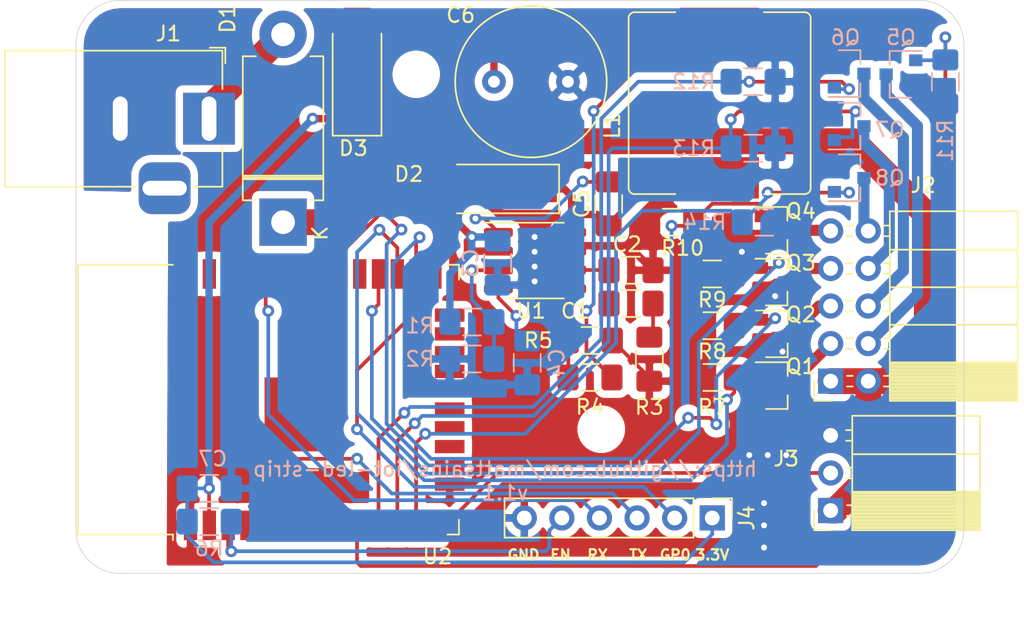
<source format=kicad_pcb>
(kicad_pcb (version 20171130) (host pcbnew "(5.1.4)-1")
  (layers (0 F.Cu signal) (31 B.Cu signal) (34 B.Paste user) (35 F.Paste user) (36 B.SilkS user) (37 F.SilkS user) (38 B.Mask user) (39 F.Mask user) (44 Edge.Cuts user))
  (net 0 "")
  (net 1 "Net-(C1-Pad2)")
  (net 2 "Net-(C1-Pad1)")
  (net 3 GND)
  (net 4 VPP)
  (net 5 "Net-(C4-Pad1)")
  (net 6 "Net-(C5-Pad2)")
  (net 7 "Net-(C5-Pad1)")
  (net 8 +3V3)
  (net 9 "Net-(D1-Pad2)")
  (net 10 "Net-(J2-Pad3)")
  (net 11 "Net-(R1-Pad2)")
  (net 12 "Net-(R4-Pad2)")
  (net 13 "Net-(J2-Pad5)")
  (net 14 "Net-(J2-Pad4)")
  (net 15 /DAT)
  (net 16 "Net-(U2-Pad37)")
  (net 17 "Net-(U2-Pad36)")
  (net 18 "Net-(U2-Pad33)")
  (net 19 "Net-(U2-Pad32)")
  (net 20 "Net-(U2-Pad31)")
  (net 21 "Net-(U2-Pad29)")
  (net 22 "Net-(U2-Pad24)")
  (net 23 "Net-(U2-Pad23)")
  (net 24 "Net-(U2-Pad22)")
  (net 25 "Net-(U2-Pad21)")
  (net 26 "Net-(U2-Pad20)")
  (net 27 "Net-(U2-Pad19)")
  (net 28 "Net-(U2-Pad18)")
  (net 29 "Net-(U2-Pad17)")
  (net 30 "Net-(U2-Pad16)")
  (net 31 "Net-(U2-Pad5)")
  (net 32 "Net-(U2-Pad4)")
  (net 33 /G1)
  (net 34 /R1)
  (net 35 /B1)
  (net 36 /W1)
  (net 37 /G2)
  (net 38 /R2)
  (net 39 /B2)
  (net 40 /W2)
  (net 41 "Net-(J2-Pad10)")
  (net 42 "Net-(J2-Pad9)")
  (net 43 "Net-(J2-Pad8)")
  (net 44 "Net-(J2-Pad7)")
  (net 45 "Net-(J2-Pad6)")
  (net 46 "Net-(C6-Pad1)")
  (net 47 "Net-(J4-Pad4)")
  (net 48 "Net-(J4-Pad3)")
  (net 49 "Net-(J4-Pad2)")
  (net 50 /EN)
  (net 51 "Net-(U2-Pad9)")
  (net 52 "Net-(U2-Pad8)")
  (net 53 "Net-(U2-Pad7)")
  (net 54 "Net-(U2-Pad6)")
  (module MountingHole:MountingHole_2.2mm_M2 (layer F.Cu) (at 135.5 127)
    (fp_text reference " " (at 0 -3.2) (layer F.SilkS))
    (fp_text value MountingHole_2.2mm_M2)
    (pad 1 np_thru_hole circle (at 0 0) (size 2.2 2.2) (drill 2.2) (layers *.Cu *.Mask))
  )
  (module MountingHole:MountingHole_2.2mm_M2 (layer F.Cu) (at 123 103)
    (fp_text reference " " (at 0 -3.2) (layer F.SilkS))
    (fp_text value MountingHole_2.2mm_M2)
    (pad 1 np_thru_hole circle (at 0 0) (size 2.2 2.2) (drill 2.2) (layers *.Cu *.Mask))
  )
  (module RF_Module:ESP32-WROOM-32 (layer F.Cu) (at 116.005 125 90)
    (fp_text reference U2 (at -10.61 8.43) (layer F.SilkS))
    (fp_text value ESP32-WROOM-32)
    (pad 38 smd rect (at 8.5 -8.255 90) (size 2 0.9) (layers F.Cu F.Paste F.Mask) (net 3 GND))
    (pad 37 smd rect (at 8.5 -6.985 90) (size 2 0.9) (layers F.Cu F.Paste F.Mask) (net 16 "Net-(U2-Pad37)"))
    (pad 36 smd rect (at 8.5 -5.715 90) (size 2 0.9) (layers F.Cu F.Paste F.Mask) (net 17 "Net-(U2-Pad36)"))
    (pad 35 smd rect (at 8.5 -4.445 90) (size 2 0.9) (layers F.Cu F.Paste F.Mask) (net 48 "Net-(J4-Pad3)"))
    (pad 34 smd rect (at 8.5 -3.175 90) (size 2 0.9) (layers F.Cu F.Paste F.Mask) (net 47 "Net-(J4-Pad4)"))
    (pad 33 smd rect (at 8.5 -1.905 90) (size 2 0.9) (layers F.Cu F.Paste F.Mask) (net 18 "Net-(U2-Pad33)"))
    (pad 32 smd rect (at 8.5 -0.635 90) (size 2 0.9) (layers F.Cu F.Paste F.Mask) (net 19 "Net-(U2-Pad32)"))
    (pad 31 smd rect (at 8.5 0.635 90) (size 2 0.9) (layers F.Cu F.Paste F.Mask) (net 20 "Net-(U2-Pad31)"))
    (pad 30 smd rect (at 8.5 1.905 90) (size 2 0.9) (layers F.Cu F.Paste F.Mask) (net 34 /R1))
    (pad 29 smd rect (at 8.5 3.175 90) (size 2 0.9) (layers F.Cu F.Paste F.Mask) (net 21 "Net-(U2-Pad29)"))
    (pad 28 smd rect (at 8.5 4.445 90) (size 2 0.9) (layers F.Cu F.Paste F.Mask) (net 35 /B1))
    (pad 27 smd rect (at 8.5 5.715 90) (size 2 0.9) (layers F.Cu F.Paste F.Mask) (net 33 /G1))
    (pad 26 smd rect (at 8.5 6.985 90) (size 2 0.9) (layers F.Cu F.Paste F.Mask) (net 36 /W1))
    (pad 25 smd rect (at 8.5 8.255 90) (size 2 0.9) (layers F.Cu F.Paste F.Mask) (net 49 "Net-(J4-Pad2)"))
    (pad 24 smd rect (at 5.715 9.255 180) (size 2 0.9) (layers F.Cu F.Paste F.Mask) (net 22 "Net-(U2-Pad24)"))
    (pad 23 smd rect (at 4.445 9.255 180) (size 2 0.9) (layers F.Cu F.Paste F.Mask) (net 23 "Net-(U2-Pad23)"))
    (pad 22 smd rect (at 3.175 9.255 180) (size 2 0.9) (layers F.Cu F.Paste F.Mask) (net 24 "Net-(U2-Pad22)"))
    (pad 21 smd rect (at 1.905 9.255 180) (size 2 0.9) (layers F.Cu F.Paste F.Mask) (net 25 "Net-(U2-Pad21)"))
    (pad 20 smd rect (at 0.635 9.255 180) (size 2 0.9) (layers F.Cu F.Paste F.Mask) (net 26 "Net-(U2-Pad20)"))
    (pad 19 smd rect (at -0.635 9.255 180) (size 2 0.9) (layers F.Cu F.Paste F.Mask) (net 27 "Net-(U2-Pad19)"))
    (pad 18 smd rect (at -1.905 9.255 180) (size 2 0.9) (layers F.Cu F.Paste F.Mask) (net 28 "Net-(U2-Pad18)"))
    (pad 17 smd rect (at -3.175 9.255 180) (size 2 0.9) (layers F.Cu F.Paste F.Mask) (net 29 "Net-(U2-Pad17)"))
    (pad 16 smd rect (at -4.445 9.255 180) (size 2 0.9) (layers F.Cu F.Paste F.Mask) (net 30 "Net-(U2-Pad16)"))
    (pad 15 smd rect (at -5.715 9.255 180) (size 2 0.9) (layers F.Cu F.Paste F.Mask) (net 3 GND))
    (pad 14 smd rect (at -8.5 8.255 90) (size 2 0.9) (layers F.Cu F.Paste F.Mask) (net 15 /DAT))
    (pad 13 smd rect (at -8.5 6.985 90) (size 2 0.9) (layers F.Cu F.Paste F.Mask) (net 40 /W2))
    (pad 12 smd rect (at -8.5 5.715 90) (size 2 0.9) (layers F.Cu F.Paste F.Mask) (net 39 /B2))
    (pad 11 smd rect (at -8.5 4.445 90) (size 2 0.9) (layers F.Cu F.Paste F.Mask) (net 38 /R2))
    (pad 10 smd rect (at -8.5 3.175 90) (size 2 0.9) (layers F.Cu F.Paste F.Mask) (net 37 /G2))
    (pad 9 smd rect (at -8.5 1.905 90) (size 2 0.9) (layers F.Cu F.Paste F.Mask) (net 51 "Net-(U2-Pad9)"))
    (pad 8 smd rect (at -8.5 0.635 90) (size 2 0.9) (layers F.Cu F.Paste F.Mask) (net 52 "Net-(U2-Pad8)"))
    (pad 7 smd rect (at -8.5 -0.635 90) (size 2 0.9) (layers F.Cu F.Paste F.Mask) (net 53 "Net-(U2-Pad7)"))
    (pad 6 smd rect (at -8.5 -1.905 90) (size 2 0.9) (layers F.Cu F.Paste F.Mask) (net 54 "Net-(U2-Pad6)"))
    (pad 5 smd rect (at -8.5 -3.175 90) (size 2 0.9) (layers F.Cu F.Paste F.Mask) (net 31 "Net-(U2-Pad5)"))
    (pad 4 smd rect (at -8.5 -4.445 90) (size 2 0.9) (layers F.Cu F.Paste F.Mask) (net 32 "Net-(U2-Pad4)"))
    (pad 3 smd rect (at -8.5 -5.715 90) (size 2 0.9) (layers F.Cu F.Paste F.Mask) (net 50 /EN))
    (pad 2 smd rect (at -8.5 -6.985 90) (size 2 0.9) (layers F.Cu F.Paste F.Mask) (net 8 +3V3))
    (pad 1 smd rect (at -8.5 -8.255 90) (size 2 0.9) (layers F.Cu F.Paste F.Mask) (net 3 GND))
    (pad 39 smd rect (at -1 -0.755 90) (size 5 5) (layers F.Cu F.Paste F.Mask))
  )
  (module Connector_PinHeader_2.54mm:PinHeader_1x06_P2.54mm_Vertical (layer F.Cu) (at 143 133 270)
    (fp_text reference J4 (at 0 -2.33 90) (layer F.SilkS))
    (fp_text value Conn_01x06_Male)
    (pad 6 thru_hole oval (at 0 12.7 270) (size 1.7 1.7) (drill 1) (layers *.Cu *.Mask) (net 3 GND))
    (pad 5 thru_hole oval (at 0 10.16 270) (size 1.7 1.7) (drill 1) (layers *.Cu *.Mask) (net 50 /EN))
    (pad 4 thru_hole oval (at 0 7.62 270) (size 1.7 1.7) (drill 1) (layers *.Cu *.Mask) (net 47 "Net-(J4-Pad4)"))
    (pad 3 thru_hole oval (at 0 5.08 270) (size 1.7 1.7) (drill 1) (layers *.Cu *.Mask) (net 48 "Net-(J4-Pad3)"))
    (pad 2 thru_hole oval (at 0 2.54 270) (size 1.7 1.7) (drill 1) (layers *.Cu *.Mask) (net 49 "Net-(J4-Pad2)"))
    (pad 1 thru_hole rect (at 0 0 270) (size 1.7 1.7) (drill 1) (layers *.Cu *.Mask) (net 8 +3V3))
  )
  (module Connector_PinSocket_2.54mm:PinSocket_1x03_P2.54mm_Horizontal (layer F.Cu) (at 151 132.5 180)
    (fp_text reference J3 (at 3 3.5) (layer F.SilkS))
    (fp_text value "RGB addressable")
    (pad 3 thru_hole oval (at 0 5.08 180) (size 1.7 1.7) (drill 1) (layers *.Cu *.Mask) (net 3 GND))
    (pad 2 thru_hole oval (at 0 2.54 180) (size 1.7 1.7) (drill 1) (layers *.Cu *.Mask) (net 15 /DAT))
    (pad 1 thru_hole rect (at 0 0 180) (size 1.7 1.7) (drill 1) (layers *.Cu *.Mask) (net 4 VPP))
  )
  (module Diode_SMD:D_SMA_Handsoldering (layer F.Cu) (at 119 102.75 90)
    (fp_text reference D3 (at -5.25 -0.25 180) (layer F.SilkS))
    (fp_text value B240A)
    (pad 2 smd rect (at 2.5 0 90) (size 3.5 1.8) (layers F.Cu F.Paste F.Mask) (net 46 "Net-(C6-Pad1)"))
    (pad 1 smd rect (at -2.5 0 90) (size 3.5 1.8) (layers F.Cu F.Paste F.Mask) (net 8 +3V3))
  )
  (module Resistor_SMD:R_1206_3216Metric_Pad1.42x1.75mm_HandSolder (layer F.Cu) (at 143 116.5)
    (fp_text reference R9 (at 0 1.75) (layer F.SilkS))
    (fp_text value 20k)
    (pad 2 smd roundrect (at 1.4875 0) (size 1.425 1.75) (layers F.Cu F.Paste F.Mask) (roundrect_rratio 0.175439) (net 35 /B1))
    (pad 1 smd roundrect (at -1.4875 0) (size 1.425 1.75) (layers F.Cu F.Paste F.Mask) (roundrect_rratio 0.175) (net 3 GND))
  )
  (module Connector_BarrelJack:BarrelJack_Horizontal (layer F.Cu) (at 109 106)
    (fp_text reference J1 (at -2.75 -5.75) (layer F.SilkS))
    (fp_text value Barrel_Jack)
    (pad 3 thru_hole roundrect (at -3 4.7) (size 3.5 3.5) (drill oval 3 1) (layers *.Cu *.Mask))
    (pad 2 thru_hole roundrect (at -6 0) (size 3 3.5) (drill oval 1 3) (layers *.Cu *.Mask) (net 3 GND))
    (pad 1 thru_hole rect (at 0 0) (size 3.5 3.5) (drill oval 1 3) (layers *.Cu *.Mask) (net 9 "Net-(D1-Pad2)"))
  )
  (module Connector_PinSocket_2.54mm:PinSocket_2x05_P2.54mm_Horizontal (layer F.Cu) (at 151 123.75 180)
    (fp_text reference J2 (at -6.25 13.25) (layer F.SilkS))
    (fp_text value "RGBW analog")
    (pad 10 thru_hole oval (at -2.54 10.16 180) (size 1.7 1.7) (drill 1) (layers *.Cu *.Mask) (net 41 "Net-(J2-Pad10)"))
    (pad 9 thru_hole oval (at 0 10.16 180) (size 1.7 1.7) (drill 1) (layers *.Cu *.Mask) (net 42 "Net-(J2-Pad9)"))
    (pad 8 thru_hole oval (at -2.54 7.62 180) (size 1.7 1.7) (drill 1) (layers *.Cu *.Mask) (net 43 "Net-(J2-Pad8)"))
    (pad 7 thru_hole oval (at 0 7.62 180) (size 1.7 1.7) (drill 1) (layers *.Cu *.Mask) (net 44 "Net-(J2-Pad7)"))
    (pad 6 thru_hole oval (at -2.54 5.08 180) (size 1.7 1.7) (drill 1) (layers *.Cu *.Mask) (net 45 "Net-(J2-Pad6)"))
    (pad 5 thru_hole oval (at 0 5.08 180) (size 1.7 1.7) (drill 1) (layers *.Cu *.Mask) (net 13 "Net-(J2-Pad5)"))
    (pad 4 thru_hole oval (at -2.54 2.54 180) (size 1.7 1.7) (drill 1) (layers *.Cu *.Mask) (net 14 "Net-(J2-Pad4)"))
    (pad 3 thru_hole oval (at 0 2.54 180) (size 1.7 1.7) (drill 1) (layers *.Cu *.Mask) (net 10 "Net-(J2-Pad3)"))
    (pad 2 thru_hole oval (at -2.54 0 180) (size 1.7 1.7) (drill 1) (layers *.Cu *.Mask) (net 4 VPP))
    (pad 1 thru_hole rect (at 0 0 180) (size 1.7 1.7) (drill 1) (layers *.Cu *.Mask) (net 4 VPP))
  )
  (module Resistor_SMD:R_1206_3216Metric_Pad1.42x1.75mm_HandSolder (layer B.Cu) (at 146.5125 113 180)
    (fp_text reference R14 (at 4.0125 0) (layer B.SilkS) (effects (justify mirror)))
    (fp_text value 20k)
    (pad 2 smd roundrect (at 1.4875 0 180) (size 1.425 1.75) (layers B.Cu B.Paste B.Mask) (roundrect_rratio 0.175439) (net 40 /W2))
    (pad 1 smd roundrect (at -1.4875 0 180) (size 1.425 1.75) (layers B.Cu B.Paste B.Mask) (roundrect_rratio 0.175) (net 3 GND))
  )
  (module Resistor_SMD:R_1206_3216Metric_Pad1.42x1.75mm_HandSolder (layer B.Cu) (at 145.7625 108 180)
    (fp_text reference R13 (at 4.0125 0) (layer B.SilkS) (effects (justify mirror)))
    (fp_text value 20k)
    (pad 2 smd roundrect (at 1.4875 0 180) (size 1.425 1.75) (layers B.Cu B.Paste B.Mask) (roundrect_rratio 0.175439) (net 39 /B2))
    (pad 1 smd roundrect (at -1.4875 0 180) (size 1.425 1.75) (layers B.Cu B.Paste B.Mask) (roundrect_rratio 0.175439) (net 3 GND))
  )
  (module Resistor_SMD:R_1206_3216Metric_Pad1.42x1.75mm_HandSolder (layer B.Cu) (at 145.7625 103.5 180)
    (fp_text reference R12 (at 4.0125 0) (layer B.SilkS) (effects (justify mirror)))
    (fp_text value 20k)
    (pad 2 smd roundrect (at 1.4875 0 180) (size 1.425 1.75) (layers B.Cu B.Paste B.Mask) (roundrect_rratio 0.175439) (net 38 /R2))
    (pad 1 smd roundrect (at -1.4875 0 180) (size 1.425 1.75) (layers B.Cu B.Paste B.Mask) (roundrect_rratio 0.175439) (net 3 GND))
  )
  (module Resistor_SMD:R_1206_3216Metric_Pad1.42x1.75mm_HandSolder (layer B.Cu) (at 158.75 103.5125 90)
    (fp_text reference R11 (at -3.9875 0 90) (layer B.SilkS) (effects (justify mirror)))
    (fp_text value 20k)
    (pad 2 smd roundrect (at 1.4875 0 90) (size 1.425 1.75) (layers B.Cu B.Paste B.Mask) (roundrect_rratio 0.175439) (net 37 /G2))
    (pad 1 smd roundrect (at -1.4875 0 90) (size 1.425 1.75) (layers B.Cu B.Paste B.Mask) (roundrect_rratio 0.175) (net 3 GND))
  )
  (module Package_TO_SOT_SMD:SOT-23 (layer B.Cu) (at 152.25 110)
    (fp_text reference Q8 (at 2.75 0) (layer B.SilkS) (effects (justify mirror)))
    (fp_text value DMN3404L)
    (pad 3 smd rect (at 1 0) (size 0.9 0.8) (layers B.Cu B.Paste B.Mask) (net 41 "Net-(J2-Pad10)"))
    (pad 2 smd rect (at -1 -0.95) (size 0.9 0.8) (layers B.Cu B.Paste B.Mask) (net 3 GND))
    (pad 1 smd rect (at -1 0.95) (size 0.9 0.8) (layers B.Cu B.Paste B.Mask) (net 40 /W2))
  )
  (module Package_TO_SOT_SMD:SOT-23 (layer B.Cu) (at 152.25 106.5)
    (fp_text reference Q7 (at 2.75 0.25) (layer B.SilkS) (effects (justify mirror)))
    (fp_text value DMN3404L)
    (pad 3 smd rect (at 1 0) (size 0.9 0.8) (layers B.Cu B.Paste B.Mask) (net 43 "Net-(J2-Pad8)"))
    (pad 2 smd rect (at -1 -0.95) (size 0.9 0.8) (layers B.Cu B.Paste B.Mask) (net 3 GND))
    (pad 1 smd rect (at -1 0.95) (size 0.9 0.8) (layers B.Cu B.Paste B.Mask) (net 39 /B2))
  )
  (module Package_TO_SOT_SMD:SOT-23 (layer B.Cu) (at 152.25 102.95)
    (fp_text reference Q6 (at -0.25 -2.45) (layer B.SilkS) (effects (justify mirror)))
    (fp_text value DMN3404L)
    (pad 3 smd rect (at 1 0) (size 0.9 0.8) (layers B.Cu B.Paste B.Mask) (net 45 "Net-(J2-Pad6)"))
    (pad 2 smd rect (at -1 -0.95) (size 0.9 0.8) (layers B.Cu B.Paste B.Mask) (net 3 GND))
    (pad 1 smd rect (at -1 0.95) (size 0.9 0.8) (layers B.Cu B.Paste B.Mask) (net 38 /R2))
  )
  (module Package_TO_SOT_SMD:SOT-23 (layer B.Cu) (at 155.75 103 180)
    (fp_text reference Q5 (at 0 2.5) (layer B.SilkS) (effects (justify mirror)))
    (fp_text value DMN3404L)
    (pad 3 smd rect (at 1 0 180) (size 0.9 0.8) (layers B.Cu B.Paste B.Mask) (net 14 "Net-(J2-Pad4)"))
    (pad 2 smd rect (at -1 -0.95 180) (size 0.9 0.8) (layers B.Cu B.Paste B.Mask) (net 3 GND))
    (pad 1 smd rect (at -1 0.95 180) (size 0.9 0.8) (layers B.Cu B.Paste B.Mask) (net 37 /G2))
  )
  (module Resistor_SMD:R_1206_3216Metric_Pad1.42x1.75mm_HandSolder (layer F.Cu) (at 140.2625 113)
    (fp_text reference R10 (at 0.7375 1.75 180) (layer F.SilkS))
    (fp_text value 20k)
    (pad 2 smd roundrect (at 1.4875 0) (size 1.425 1.75) (layers F.Cu F.Paste F.Mask) (roundrect_rratio 0.175439) (net 36 /W1))
    (pad 1 smd roundrect (at -1.4875 0) (size 1.425 1.75) (layers F.Cu F.Paste F.Mask) (roundrect_rratio 0.175) (net 3 GND))
  )
  (module Resistor_SMD:R_1206_3216Metric_Pad1.42x1.75mm_HandSolder (layer F.Cu) (at 143 120)
    (fp_text reference R8 (at 0 1.75) (layer F.SilkS))
    (fp_text value 20k)
    (pad 2 smd roundrect (at 1.4875 0) (size 1.425 1.75) (layers F.Cu F.Paste F.Mask) (roundrect_rratio 0.175439) (net 34 /R1))
    (pad 1 smd roundrect (at -1.4875 0) (size 1.425 1.75) (layers F.Cu F.Paste F.Mask) (roundrect_rratio 0.175) (net 3 GND))
  )
  (module Resistor_SMD:R_1206_3216Metric_Pad1.42x1.75mm_HandSolder (layer F.Cu) (at 143 123.5)
    (fp_text reference R7 (at 0 2) (layer F.SilkS))
    (fp_text value 20k)
    (pad 2 smd roundrect (at 1.4875 0) (size 1.425 1.75) (layers F.Cu F.Paste F.Mask) (roundrect_rratio 0.175439) (net 33 /G1))
    (pad 1 smd roundrect (at -1.4875 0) (size 1.425 1.75) (layers F.Cu F.Paste F.Mask) (roundrect_rratio 0.175) (net 3 GND))
  )
  (module Resistor_SMD:R_1206_3216Metric_Pad1.42x1.75mm_HandSolder (layer B.Cu) (at 109.0125 133.25)
    (fp_text reference R6 (at 0 1.82) (layer B.SilkS) (effects (justify mirror)))
    (fp_text value 20k)
    (pad 2 smd roundrect (at 1.4875 0) (size 1.425 1.75) (layers B.Cu B.Paste B.Mask) (roundrect_rratio 0.175439) (net 50 /EN))
    (pad 1 smd roundrect (at -1.4875 0) (size 1.425 1.75) (layers B.Cu B.Paste B.Mask) (roundrect_rratio 0.175439) (net 8 +3V3))
  )
  (module Capacitor_SMD:C_1206_3216Metric_Pad1.42x1.75mm_HandSolder (layer B.Cu) (at 109.0125 131)
    (fp_text reference C7 (at 0.2375 -2) (layer B.SilkS) (effects (justify mirror)))
    (fp_text value 0.1uF)
    (pad 2 smd roundrect (at 1.4875 0) (size 1.425 1.75) (layers B.Cu B.Paste B.Mask) (roundrect_rratio 0.175439) (net 3 GND))
    (pad 1 smd roundrect (at -1.4875 0) (size 1.425 1.75) (layers B.Cu B.Paste B.Mask) (roundrect_rratio 0.175439) (net 8 +3V3))
  )
  (module Package_TO_SOT_SMD:SOT-23 (layer F.Cu) (at 147.32 113.55)
    (fp_text reference Q4 (at 1.68 -1.3) (layer F.SilkS))
    (fp_text value DMN3404L)
    (pad 3 smd rect (at 1 0) (size 0.9 0.8) (layers F.Cu F.Paste F.Mask) (net 42 "Net-(J2-Pad9)"))
    (pad 2 smd rect (at -1 0.95) (size 0.9 0.8) (layers F.Cu F.Paste F.Mask) (net 3 GND))
    (pad 1 smd rect (at -1 -0.95) (size 0.9 0.8) (layers F.Cu F.Paste F.Mask) (net 36 /W1))
  )
  (module Package_TO_SOT_SMD:SOT-23 (layer F.Cu) (at 147.32 117.05)
    (fp_text reference Q3 (at 1.68 -1.3) (layer F.SilkS))
    (fp_text value DMN3404L)
    (pad 3 smd rect (at 1 0) (size 0.9 0.8) (layers F.Cu F.Paste F.Mask) (net 44 "Net-(J2-Pad7)"))
    (pad 2 smd rect (at -1 0.95) (size 0.9 0.8) (layers F.Cu F.Paste F.Mask) (net 3 GND))
    (pad 1 smd rect (at -1 -0.95) (size 0.9 0.8) (layers F.Cu F.Paste F.Mask) (net 35 /B1))
  )
  (module Package_TO_SOT_SMD:SOT-23 (layer F.Cu) (at 147.336 120.55)
    (fp_text reference Q2 (at 1.664 -1.3) (layer F.SilkS))
    (fp_text value DMN3404L)
    (pad 3 smd rect (at 1 0) (size 0.9 0.8) (layers F.Cu F.Paste F.Mask) (net 13 "Net-(J2-Pad5)"))
    (pad 2 smd rect (at -1 0.95) (size 0.9 0.8) (layers F.Cu F.Paste F.Mask) (net 3 GND))
    (pad 1 smd rect (at -1 -0.95) (size 0.9 0.8) (layers F.Cu F.Paste F.Mask) (net 34 /R1))
  )
  (module Package_TO_SOT_SMD:SOT-23 (layer F.Cu) (at 147.336 124.05)
    (fp_text reference Q1 (at 1.664 -1.3) (layer F.SilkS))
    (fp_text value DMN3404L)
    (pad 3 smd rect (at 1 0) (size 0.9 0.8) (layers F.Cu F.Paste F.Mask) (net 10 "Net-(J2-Pad3)"))
    (pad 2 smd rect (at -1 0.95) (size 0.9 0.8) (layers F.Cu F.Paste F.Mask) (net 3 GND))
    (pad 1 smd rect (at -1 -0.95) (size 0.9 0.8) (layers F.Cu F.Paste F.Mask) (net 33 /G1))
  )
  (module Package_SO:SOIC-8_3.9x4.9mm_P1.27mm (layer F.Cu) (at 131.025 115.595)
    (fp_text reference U1 (at -0.275 3.405) (layer F.SilkS))
    (fp_text value TPS54233)
    (pad 8 smd roundrect (at 2.475 -1.905) (size 1.95 0.6) (layers F.Cu F.Paste F.Mask) (net 7 "Net-(C5-Pad1)"))
    (pad 7 smd roundrect (at 2.475 -0.635) (size 1.95 0.6) (layers F.Cu F.Paste F.Mask) (net 3 GND))
    (pad 6 smd roundrect (at 2.475 0.635) (size 1.95 0.6) (layers F.Cu F.Paste F.Mask) (net 2 "Net-(C1-Pad1)"))
    (pad 5 smd roundrect (at 2.475 1.905) (size 1.95 0.6) (layers F.Cu F.Paste F.Mask) (net 12 "Net-(R4-Pad2)"))
    (pad 4 smd roundrect (at -2.475 1.905) (size 1.95 0.6) (layers F.Cu F.Paste F.Mask) (net 5 "Net-(C4-Pad1)"))
    (pad 3 smd roundrect (at -2.475 0.635) (size 1.95 0.6) (layers F.Cu F.Paste F.Mask) (net 11 "Net-(R1-Pad2)"))
    (pad 2 smd roundrect (at -2.475 -0.635) (size 1.95 0.6) (layers F.Cu F.Paste F.Mask) (net 4 VPP))
    (pad 1 smd roundrect (at -2.475 -1.905) (size 1.95 0.6) (layers F.Cu F.Paste F.Mask) (net 6 "Net-(C5-Pad2)"))
  )
  (module Resistor_SMD:R_1206_3216Metric_Pad1.42x1.75mm_HandSolder (layer F.Cu) (at 134.7625 121)
    (fp_text reference R5 (at -3.5125 0) (layer F.SilkS))
    (fp_text value 3.24k)
    (pad 2 smd roundrect (at 1.4875 0) (size 1.425 1.75) (layers F.Cu F.Paste F.Mask) (roundrect_rratio 0.175439) (net 3 GND))
    (pad 1 smd roundrect (at -1.4875 0) (size 1.425 1.75) (layers F.Cu F.Paste F.Mask) (roundrect_rratio 0.175439) (net 12 "Net-(R4-Pad2)"))
  )
  (module Resistor_SMD:R_1206_3216Metric_Pad1.42x1.75mm_HandSolder (layer F.Cu) (at 134.7375 123.5 180)
    (fp_text reference R4 (at -0.0125 -2) (layer F.SilkS))
    (fp_text value 10.2k)
    (pad 2 smd roundrect (at 1.4875 0 180) (size 1.425 1.75) (layers F.Cu F.Paste F.Mask) (roundrect_rratio 0.175439) (net 12 "Net-(R4-Pad2)"))
    (pad 1 smd roundrect (at -1.4875 0 180) (size 1.425 1.75) (layers F.Cu F.Paste F.Mask) (roundrect_rratio 0.175439) (net 46 "Net-(C6-Pad1)"))
  )
  (module Resistor_SMD:R_1206_3216Metric_Pad1.42x1.75mm_HandSolder (layer F.Cu) (at 138.75 122.2625 270)
    (fp_text reference R3 (at 3.2375 0 180) (layer F.SilkS))
    (fp_text value 30.9k)
    (pad 2 smd roundrect (at 1.4875 0 270) (size 1.425 1.75) (layers F.Cu F.Paste F.Mask) (roundrect_rratio 0.175439) (net 3 GND))
    (pad 1 smd roundrect (at -1.4875 0 270) (size 1.425 1.75) (layers F.Cu F.Paste F.Mask) (roundrect_rratio 0.175439) (net 1 "Net-(C1-Pad2)"))
  )
  (module Resistor_SMD:R_1206_3216Metric_Pad1.42x1.75mm_HandSolder (layer B.Cu) (at 126.75 122.25 180)
    (fp_text reference R2 (at 3.5 0) (layer B.SilkS) (effects (justify mirror)))
    (fp_text value 312k)
    (pad 2 smd roundrect (at 1.4875 0 180) (size 1.425 1.75) (layers B.Cu B.Paste B.Mask) (roundrect_rratio 0.175439) (net 3 GND))
    (pad 1 smd roundrect (at -1.4875 0 180) (size 1.425 1.75) (layers B.Cu B.Paste B.Mask) (roundrect_rratio 0.175439) (net 11 "Net-(R1-Pad2)"))
  )
  (module Resistor_SMD:R_1206_3216Metric_Pad1.42x1.75mm_HandSolder (layer B.Cu) (at 126.7625 119.75)
    (fp_text reference R1 (at -3.5125 0.25) (layer B.SilkS) (effects (justify mirror)))
    (fp_text value 233k)
    (pad 2 smd roundrect (at 1.4875 0) (size 1.425 1.75) (layers B.Cu B.Paste B.Mask) (roundrect_rratio 0.175439) (net 11 "Net-(R1-Pad2)"))
    (pad 1 smd roundrect (at -1.4875 0) (size 1.425 1.75) (layers B.Cu B.Paste B.Mask) (roundrect_rratio 0.175439) (net 4 VPP))
  )
  (module Inductor_SMD:L_Bourns_SRR1210A (layer F.Cu) (at 143.5 104.95 90)
    (fp_text reference L1 (at -1.55 -7.25 90) (layer F.SilkS))
    (fp_text value 47uH)
    (pad 1 smd rect (at -5.05 0 90) (size 2.8 5.3) (layers F.Cu F.Paste F.Mask) (net 7 "Net-(C5-Pad1)"))
    (pad 2 smd rect (at 5.05 0 90) (size 2.8 5.3) (layers F.Cu F.Paste F.Mask) (net 46 "Net-(C6-Pad1)"))
  )
  (module Diode_SMD:D_SMA_Handsoldering (layer F.Cu) (at 128.25 110.75 180)
    (fp_text reference D2 (at 5.75 1) (layer F.SilkS))
    (fp_text value B240A)
    (pad 2 smd rect (at 2.5 0 180) (size 3.5 1.8) (layers F.Cu F.Paste F.Mask) (net 3 GND))
    (pad 1 smd rect (at -2.5 0 180) (size 3.5 1.8) (layers F.Cu F.Paste F.Mask) (net 7 "Net-(C5-Pad1)"))
  )
  (module Diode_THT:D_DO-201AD_P12.70mm_Horizontal (layer F.Cu) (at 114 113 90)
    (fp_text reference D1 (at 13.75 -3.75 90) (layer F.SilkS))
    (fp_text value SB2060)
    (fp_text user K (at -0.75 2.5 90) (layer F.SilkS))
    (pad 2 thru_hole oval (at 12.7 0 90) (size 3.2 3.2) (drill 1.6) (layers *.Cu *.Mask) (net 9 "Net-(D1-Pad2)"))
    (pad 1 thru_hole rect (at 0 0 90) (size 3.2 3.2) (drill 1.6) (layers *.Cu *.Mask) (net 4 VPP))
  )
  (module Capacitor_THT:C_Radial_D10.0mm_H16.0mm_P5.00mm (layer F.Cu) (at 128.25 103.5)
    (fp_text reference C6 (at -2.25 -4.5) (layer F.SilkS))
    (fp_text value 470uF)
    (pad 2 thru_hole circle (at 5 0) (size 1.6 1.6) (drill 0.8) (layers *.Cu *.Mask) (net 3 GND))
    (pad 1 thru_hole circle (at 0 0) (size 1.6 1.6) (drill 0.8) (layers *.Cu *.Mask) (net 46 "Net-(C6-Pad1)"))
  )
  (module Capacitor_SMD:C_1206_3216Metric_Pad1.42x1.75mm_HandSolder (layer F.Cu) (at 136 111.7625 90)
    (fp_text reference C5 (at 0 -1.82 90) (layer F.SilkS))
    (fp_text value 0.1uF)
    (pad 2 smd roundrect (at 1.4875 0 90) (size 1.425 1.75) (layers F.Cu F.Paste F.Mask) (roundrect_rratio 0.175439) (net 6 "Net-(C5-Pad2)"))
    (pad 1 smd roundrect (at -1.4875 0 90) (size 1.425 1.75) (layers F.Cu F.Paste F.Mask) (roundrect_rratio 0.175439) (net 7 "Net-(C5-Pad1)"))
  )
  (module Capacitor_SMD:C_1206_3216Metric_Pad1.42x1.75mm_HandSolder (layer B.Cu) (at 130.5 122.5125 270)
    (fp_text reference C4 (at 0 -2 270) (layer B.SilkS) (effects (justify mirror)))
    (fp_text value 0.015uF)
    (pad 2 smd roundrect (at 1.4875 0 270) (size 1.425 1.75) (layers B.Cu B.Paste B.Mask) (roundrect_rratio 0.175439) (net 3 GND))
    (pad 1 smd roundrect (at -1.4875 0 270) (size 1.425 1.75) (layers B.Cu B.Paste B.Mask) (roundrect_rratio 0.175439) (net 5 "Net-(C4-Pad1)"))
  )
  (module Capacitor_SMD:C_1206_3216Metric_Pad1.42x1.75mm_HandSolder (layer B.Cu) (at 128.5 115.7625 270)
    (fp_text reference C3 (at 0 1.82 270) (layer B.SilkS) (effects (justify mirror)))
    (fp_text value 0.1uF)
    (pad 2 smd roundrect (at 1.4875 0 270) (size 1.425 1.75) (layers B.Cu B.Paste B.Mask) (roundrect_rratio 0.175439) (net 3 GND))
    (pad 1 smd roundrect (at -1.4875 0 270) (size 1.425 1.75) (layers B.Cu B.Paste B.Mask) (roundrect_rratio 0.175439) (net 4 VPP))
  )
  (module Capacitor_SMD:C_1206_3216Metric_Pad1.42x1.75mm_HandSolder (layer F.Cu) (at 137.5125 116.25)
    (fp_text reference C2 (at -0.2625 -1.75) (layer F.SilkS))
    (fp_text value 220pF)
    (pad 2 smd roundrect (at 1.4875 0) (size 1.425 1.75) (layers F.Cu F.Paste F.Mask) (roundrect_rratio 0.175439) (net 3 GND))
    (pad 1 smd roundrect (at -1.4875 0) (size 1.425 1.75) (layers F.Cu F.Paste F.Mask) (roundrect_rratio 0.175439) (net 2 "Net-(C1-Pad1)"))
  )
  (module Capacitor_SMD:C_1206_3216Metric_Pad1.42x1.75mm_HandSolder (layer F.Cu) (at 137.5125 118.5)
    (fp_text reference C1 (at -3.7625 0.5) (layer F.SilkS))
    (fp_text value 220pF)
    (pad 2 smd roundrect (at 1.4875 0) (size 1.425 1.75) (layers F.Cu F.Paste F.Mask) (roundrect_rratio 0.175439) (net 1 "Net-(C1-Pad2)"))
    (pad 1 smd roundrect (at -1.4875 0) (size 1.425 1.75) (layers F.Cu F.Paste F.Mask) (roundrect_rratio 0.175439) (net 2 "Net-(C1-Pad1)"))
  )
  (gr_text 3.3V (at 143 135.5) (layer F.SilkS) (effects (font (size 0.7 0.7))))
  (gr_text GP0 (at 140.5 135.5) (layer F.SilkS) (effects (font (size 0.7 0.7))))
  (gr_text TX (at 138 135.5) (layer F.SilkS) (effects (font (size 0.7 0.7))))
  (gr_text RX (at 135.25 135.5) (layer F.SilkS) (effects (font (size 0.7 0.7))))
  (gr_text EN (at 132.75 135.5) (layer F.SilkS) (effects (font (size 0.7 0.7))))
  (gr_text GND (at 130.25 135.5) (layer F.SilkS) (effects (font (size 0.7 0.7))))
  (gr_text "https://github.com/mattsains/iot-led-strip\nv1.1" (at 129 130.5) (layer B.SilkS) (effects (font (size 1 1)) (justify mirror)))
  (gr_arc (start 103 101) (end 103 98) (angle -90) (layer Edge.Cuts) (width 0.05))
  (gr_arc (start 157 101) (end 160 101) (angle -90) (layer Edge.Cuts) (width 0.05))
  (gr_arc (start 157 133.75) (end 157 136.75) (angle -90) (layer Edge.Cuts) (width 0.05))
  (gr_arc (start 103 133.75) (end 100 133.75) (angle -90) (layer Edge.Cuts) (width 0.05))
  (gr_line (start 100 133.75) (end 100 101) (layer Edge.Cuts) (width 0.05))
  (gr_line (start 157 136.75) (end 103 136.75) (layer Edge.Cuts) (width 0.05))
  (gr_line (start 160 101) (end 160 133.75) (layer Edge.Cuts) (width 0.05))
  (gr_line (start 103 98) (end 157 98) (layer Edge.Cuts) (width 0.05))
  (segment (start 139 120.525) (end 138.75 120.775) (width 0.25) (layer F.Cu) (net 1))
  (segment (start 139 118.5) (end 139 120.525) (width 0.25) (layer F.Cu) (net 1))
  (segment (start 136.005 116.23) (end 136.025 116.25) (width 0.25) (layer F.Cu) (net 2))
  (segment (start 133.5 116.23) (end 136.005 116.23) (width 0.25) (layer F.Cu) (net 2))
  (segment (start 136.025 116.25) (end 136.025 118.5) (width 0.25) (layer F.Cu) (net 2))
  (segment (start 138.75 123.5) (end 138.75 123.75) (width 0.25) (layer F.Cu) (net 3))
  (segment (start 136.25 121) (end 138.75 123.5) (width 0.25) (layer F.Cu) (net 3))
  (segment (start 146.37 118) (end 146.32 118) (width 0.25) (layer F.Cu) (net 3))
  (segment (start 146.386 121.5) (end 146.336 121.5) (width 0.25) (layer F.Cu) (net 3))
  (via (at 145.5 128.75) (size 0.8) (drill 0.4) (layers F.Cu B.Cu) (net 3))
  (via (at 146.75 128.75) (size 0.8) (drill 0.4) (layers F.Cu B.Cu) (net 3))
  (via (at 148 128.75) (size 0.8) (drill 0.4) (layers F.Cu B.Cu) (net 3))
  (segment (start 126.76 130.715) (end 127.75 129.725) (width 0.5) (layer F.Cu) (net 3))
  (segment (start 125.26 130.715) (end 126.76 130.715) (width 0.5) (layer F.Cu) (net 3))
  (segment (start 127.75 129.725) (end 127.75 127.25) (width 0.5) (layer F.Cu) (net 3))
  (segment (start 138.228653 115.478653) (end 139 116.25) (width 0.5) (layer F.Cu) (net 3))
  (segment (start 137.33929 114.58929) (end 138.228653 115.478653) (width 0.5) (layer F.Cu) (net 3))
  (segment (start 133.87071 114.58929) (end 137.33929 114.58929) (width 0.5) (layer F.Cu) (net 3))
  (segment (start 133.5 114.96) (end 133.87071 114.58929) (width 0.5) (layer F.Cu) (net 3))
  (via (at 145 115) (size 0.8) (drill 0.4) (layers F.Cu B.Cu) (net 3))
  (via (at 147.25 118) (size 0.8) (drill 0.4) (layers F.Cu B.Cu) (net 3))
  (via (at 147.75 121.75) (size 0.8) (drill 0.4) (layers F.Cu B.Cu) (net 3))
  (via (at 131 114) (size 0.8) (drill 0.4) (layers F.Cu B.Cu) (net 3))
  (via (at 131 115) (size 0.8) (drill 0.4) (layers F.Cu B.Cu) (net 3))
  (via (at 131 116) (size 0.8) (drill 0.4) (layers F.Cu B.Cu) (net 3))
  (via (at 131 117) (size 0.8) (drill 0.4) (layers F.Cu B.Cu) (net 3))
  (via (at 146.5 132) (size 0.8) (drill 0.4) (layers F.Cu B.Cu) (net 3))
  (via (at 146.5 133.5) (size 0.8) (drill 0.4) (layers F.Cu B.Cu) (net 3))
  (via (at 146.5 135) (size 0.8) (drill 0.4) (layers F.Cu B.Cu) (net 3))
  (segment (start 126.46 114.96) (end 128.55 114.96) (width 0.5) (layer F.Cu) (net 4))
  (via (at 126.75 114) (size 0.8) (drill 0.4) (layers F.Cu B.Cu) (net 4))
  (segment (start 126.46 114.96) (end 126.46 114.29) (width 0.5) (layer F.Cu) (net 4))
  (segment (start 126.46 114.29) (end 126.75 114) (width 0.5) (layer F.Cu) (net 4))
  (segment (start 128.225 114) (end 128.5 114.275) (width 0.5) (layer B.Cu) (net 4))
  (segment (start 126.75 114) (end 128.225 114) (width 0.5) (layer B.Cu) (net 4))
  (segment (start 125.275 116.475) (end 125.275 119.75) (width 0.5) (layer B.Cu) (net 4))
  (segment (start 126.75 114) (end 126.75 115) (width 0.5) (layer B.Cu) (net 4))
  (segment (start 126.75 115) (end 125.275 116.475) (width 0.5) (layer B.Cu) (net 4))
  (segment (start 151 123.75) (end 153.54 123.75) (width 1.75) (layer F.Cu) (net 4))
  (segment (start 153.54 124.952081) (end 153.54 123.75) (width 1.75) (layer F.Cu) (net 4))
  (segment (start 153.54 130.269002) (end 153.54 124.952081) (width 1.75) (layer F.Cu) (net 4))
  (segment (start 151.309002 132.5) (end 153.54 130.269002) (width 1.75) (layer F.Cu) (net 4))
  (segment (start 151 132.5) (end 151.309002 132.5) (width 1.75) (layer F.Cu) (net 4))
  (segment (start 152.524999 107.524999) (end 123.475001 107.524999) (width 1.75) (layer F.Cu) (net 4))
  (segment (start 114 113) (end 118 113) (width 1.75) (layer F.Cu) (net 4))
  (segment (start 153.54 123.75) (end 154.742081 123.75) (width 1.75) (layer F.Cu) (net 4))
  (segment (start 154.742081 123.75) (end 157.5 120.992081) (width 1.75) (layer F.Cu) (net 4))
  (segment (start 157.5 120.992081) (end 157.5 112.5) (width 1.75) (layer F.Cu) (net 4))
  (segment (start 157.5 112.5) (end 152.524999 107.524999) (width 1.75) (layer F.Cu) (net 4))
  (segment (start 126.75 114) (end 126 113.25) (width 0.5) (layer F.Cu) (net 4))
  (segment (start 124.25 113.25) (end 121 110) (width 0.5) (layer F.Cu) (net 4))
  (segment (start 126 113.25) (end 124.25 113.25) (width 0.5) (layer F.Cu) (net 4))
  (segment (start 123.475001 107.524999) (end 121 110) (width 1.75) (layer F.Cu) (net 4))
  (segment (start 121 110) (end 118 113) (width 1.75) (layer F.Cu) (net 4))
  (via (at 129.766824 119.336919) (size 0.8) (drill 0.4) (layers F.Cu B.Cu) (net 5))
  (segment (start 128.55 117.5) (end 128.55 118.120095) (width 0.25) (layer F.Cu) (net 5))
  (segment (start 128.55 118.120095) (end 129.766824 119.336919) (width 0.25) (layer F.Cu) (net 5))
  (segment (start 129.766824 120.291824) (end 130.5 121.025) (width 0.25) (layer B.Cu) (net 5))
  (segment (start 129.766824 119.336919) (end 129.766824 120.291824) (width 0.25) (layer B.Cu) (net 5))
  (via (at 134.25 110.25) (size 0.8) (drill 0.4) (layers F.Cu B.Cu) (net 6))
  (segment (start 136 110.275) (end 134.275 110.275) (width 0.25) (layer F.Cu) (net 6))
  (segment (start 134.275 110.275) (end 134.25 110.25) (width 0.25) (layer F.Cu) (net 6))
  (via (at 127 112.75) (size 0.8) (drill 0.4) (layers F.Cu B.Cu) (net 6))
  (segment (start 134.25 110.25) (end 131.75 112.75) (width 0.25) (layer B.Cu) (net 6))
  (segment (start 131.75 112.75) (end 127 112.75) (width 0.25) (layer B.Cu) (net 6))
  (segment (start 127.61 112.75) (end 128.55 113.69) (width 0.25) (layer F.Cu) (net 6))
  (segment (start 127 112.75) (end 127.61 112.75) (width 0.25) (layer F.Cu) (net 6))
  (segment (start 139.25 110) (end 136 113.25) (width 0.5) (layer F.Cu) (net 7))
  (segment (start 143.5 110) (end 139.25 110) (width 0.5) (layer F.Cu) (net 7))
  (segment (start 130.75 110.75) (end 133 110.75) (width 0.5) (layer F.Cu) (net 7))
  (segment (start 133 110.75) (end 133.5 111.25) (width 0.5) (layer F.Cu) (net 7))
  (segment (start 133.5 111.25) (end 133.5 112.5) (width 0.5) (layer F.Cu) (net 7))
  (segment (start 133.5 112.5) (end 133.5 113.69) (width 0.5) (layer F.Cu) (net 7))
  (segment (start 133.521347 112.478653) (end 133.5 112.5) (width 0.5) (layer F.Cu) (net 7))
  (segment (start 135.228653 112.478653) (end 133.521347 112.478653) (width 0.5) (layer F.Cu) (net 7))
  (segment (start 136 113.25) (end 135.228653 112.478653) (width 0.5) (layer F.Cu) (net 7))
  (segment (start 107.525 131) (end 107.525 133.25) (width 0.25) (layer B.Cu) (net 8))
  (via (at 109 131) (size 0.8) (drill 0.4) (layers F.Cu B.Cu) (net 8))
  (segment (start 107.525 131) (end 109 131) (width 0.25) (layer B.Cu) (net 8))
  (segment (start 109 133.48) (end 109.02 133.5) (width 0.25) (layer F.Cu) (net 8))
  (segment (start 109 131) (end 109 133.48) (width 0.25) (layer F.Cu) (net 8))
  (segment (start 109 131) (end 109 126) (width 0.5) (layer B.Cu) (net 8))
  (segment (start 109 126) (end 109 113) (width 0.5) (layer B.Cu) (net 8))
  (via (at 116 106) (size 0.8) (drill 0.4) (layers F.Cu B.Cu) (net 8))
  (segment (start 109 113) (end 116 106) (width 0.5) (layer B.Cu) (net 8))
  (segment (start 118.25 106) (end 119 105.25) (width 0.5) (layer F.Cu) (net 8))
  (segment (start 116 106) (end 118.25 106) (width 0.5) (layer F.Cu) (net 8))
  (segment (start 107.525 134.225) (end 109.3 136) (width 0.25) (layer B.Cu) (net 8))
  (segment (start 107.525 133.25) (end 107.525 134.225) (width 0.25) (layer B.Cu) (net 8))
  (segment (start 143 134.1) (end 143 133) (width 0.25) (layer B.Cu) (net 8))
  (segment (start 141.1 136) (end 143 134.1) (width 0.25) (layer B.Cu) (net 8))
  (segment (start 109.3 136) (end 141.1 136) (width 0.25) (layer B.Cu) (net 8))
  (segment (start 109 105.3) (end 114 100.3) (width 1.75) (layer F.Cu) (net 9))
  (segment (start 109 106) (end 109 105.3) (width 1.75) (layer F.Cu) (net 9))
  (segment (start 151 121.21) (end 151 121.386) (width 0.5) (layer F.Cu) (net 10))
  (segment (start 148.336 123.874) (end 148.336 124.05) (width 0.75) (layer F.Cu) (net 10))
  (segment (start 151 121.21) (end 148.336 123.874) (width 0.75) (layer F.Cu) (net 10))
  (segment (start 128.25 122.2375) (end 128.2375 122.25) (width 0.25) (layer B.Cu) (net 11))
  (segment (start 128.25 119.75) (end 128.25 122.2375) (width 0.25) (layer B.Cu) (net 11))
  (via (at 126.75 116.25) (size 0.8) (drill 0.4) (layers F.Cu B.Cu) (net 11))
  (segment (start 128.25 119.75) (end 126.75 118.25) (width 0.25) (layer B.Cu) (net 11))
  (segment (start 126.75 118.25) (end 126.75 116.25) (width 0.25) (layer B.Cu) (net 11))
  (segment (start 128.53 116.25) (end 128.55 116.23) (width 0.25) (layer F.Cu) (net 11))
  (segment (start 126.75 116.25) (end 128.53 116.25) (width 0.25) (layer F.Cu) (net 11))
  (segment (start 133.5 120.775) (end 133.275 121) (width 0.25) (layer F.Cu) (net 12))
  (segment (start 133.5 117.5) (end 133.5 120.775) (width 0.25) (layer F.Cu) (net 12))
  (segment (start 133.275 123.475) (end 133.25 123.5) (width 0.25) (layer F.Cu) (net 12))
  (segment (start 133.275 121) (end 133.275 123.475) (width 0.25) (layer F.Cu) (net 12))
  (segment (start 150.216 118.67) (end 148.336 120.55) (width 0.75) (layer F.Cu) (net 13))
  (segment (start 151 118.67) (end 150.216 118.67) (width 0.75) (layer F.Cu) (net 13))
  (segment (start 154.75 104.374966) (end 154.75 104.15) (width 0.75) (layer B.Cu) (net 14))
  (segment (start 154.75 104.15) (end 154.75 103) (width 0.75) (layer B.Cu) (net 14))
  (segment (start 156.865022 106.489988) (end 154.75 104.374966) (width 0.75) (layer B.Cu) (net 14))
  (segment (start 156.865022 117.884977) (end 156.865022 106.489988) (width 0.75) (layer B.Cu) (net 14))
  (segment (start 153.54 121.21) (end 156.865022 117.884977) (width 0.75) (layer B.Cu) (net 14))
  (segment (start 124.96 133.5) (end 124.26 133.5) (width 0.25) (layer F.Cu) (net 15))
  (segment (start 151 129.96) (end 128.5 129.96) (width 0.25) (layer F.Cu) (net 15))
  (segment (start 128.5 129.96) (end 124.96 133.5) (width 0.25) (layer F.Cu) (net 15))
  (segment (start 144.8875 123.1) (end 144.4875 123.5) (width 0.25) (layer F.Cu) (net 33))
  (segment (start 146.336 123.1) (end 144.8875 123.1) (width 0.25) (layer F.Cu) (net 33))
  (segment (start 144.4875 123.5) (end 144.4875 123.5125) (width 0.25) (layer F.Cu) (net 33))
  (via (at 144 125) (size 0.8) (drill 0.4) (layers F.Cu B.Cu) (net 33))
  (segment (start 144.4875 124.5125) (end 144 125) (width 0.25) (layer F.Cu) (net 33))
  (segment (start 144.4875 123.5) (end 144.4875 124.5125) (width 0.25) (layer F.Cu) (net 33))
  (segment (start 121.5 116.28) (end 121.72 116.5) (width 0.25) (layer F.Cu) (net 33))
  (via (at 120.51266 113.51266) (size 0.8) (drill 0.4) (layers F.Cu B.Cu) (net 33))
  (segment (start 121.72 114.72) (end 120.912659 113.912659) (width 0.25) (layer F.Cu) (net 33))
  (segment (start 120.912659 113.912659) (end 120.51266 113.51266) (width 0.25) (layer F.Cu) (net 33))
  (segment (start 121.72 116.5) (end 121.72 114.72) (width 0.25) (layer F.Cu) (net 33))
  (segment (start 119 115.02532) (end 119 125.909233) (width 0.25) (layer B.Cu) (net 33))
  (segment (start 119 125.909233) (end 123.540776 130.450009) (width 0.25) (layer B.Cu) (net 33))
  (segment (start 123.540776 130.450009) (end 141.549991 130.450009) (width 0.25) (layer B.Cu) (net 33))
  (segment (start 141.549991 130.450009) (end 144 128) (width 0.25) (layer B.Cu) (net 33))
  (segment (start 144 125.565685) (end 144 125) (width 0.25) (layer B.Cu) (net 33))
  (segment (start 144 128) (end 144 125.565685) (width 0.25) (layer B.Cu) (net 33))
  (segment (start 120.51266 113.51266) (end 119 115.02532) (width 0.25) (layer B.Cu) (net 33))
  (segment (start 146.336 119.6) (end 146.286 119.6) (width 0.25) (layer F.Cu) (net 34))
  (segment (start 146.336 119.6) (end 144.8875 119.6) (width 0.25) (layer F.Cu) (net 34))
  (via (at 147.25 119.5) (size 0.8) (drill 0.4) (layers F.Cu B.Cu) (net 34))
  (segment (start 146.336 119.6) (end 147.15 119.6) (width 0.25) (layer F.Cu) (net 34))
  (segment (start 147.15 119.6) (end 147.25 119.5) (width 0.25) (layer F.Cu) (net 34))
  (via (at 141.374968 126.230427) (size 0.8) (drill 0.4) (layers F.Cu B.Cu) (net 34))
  (segment (start 143.27499 123.47501) (end 143.27499 126.090399) (width 0.25) (layer B.Cu) (net 34))
  (segment (start 141.374968 126.230427) (end 142.849333 126.230427) (width 0.25) (layer F.Cu) (net 34))
  (segment (start 143.27499 126.090399) (end 143.27499 126.656084) (width 0.25) (layer B.Cu) (net 34))
  (segment (start 142.849333 126.230427) (end 142.874991 126.256085) (width 0.25) (layer F.Cu) (net 34))
  (via (at 143.27499 126.656084) (size 0.8) (drill 0.4) (layers F.Cu B.Cu) (net 34))
  (segment (start 142.874991 126.256085) (end 143.27499 126.656084) (width 0.25) (layer F.Cu) (net 34))
  (segment (start 147.25 119.5) (end 143.27499 123.47501) (width 0.25) (layer B.Cu) (net 34))
  (via (at 122 113.5) (size 0.8) (drill 0.4) (layers F.Cu B.Cu) (net 34))
  (segment (start 121 112.5) (end 122 113.5) (width 0.25) (layer F.Cu) (net 34))
  (segment (start 120.5 112.5) (end 121 112.5) (width 0.25) (layer F.Cu) (net 34))
  (segment (start 117.91 116.5) (end 117.91 115.09) (width 0.25) (layer F.Cu) (net 34))
  (segment (start 117.91 115.09) (end 120.5 112.5) (width 0.25) (layer F.Cu) (net 34))
  (segment (start 140.974969 126.630426) (end 141.374968 126.230427) (width 0.25) (layer B.Cu) (net 34))
  (segment (start 120.999998 114.500002) (end 120.999998 126.636409) (width 0.25) (layer B.Cu) (net 34))
  (segment (start 138.155386 129.450009) (end 140.974969 126.630426) (width 0.25) (layer B.Cu) (net 34))
  (segment (start 123.813599 129.450009) (end 138.155386 129.450009) (width 0.25) (layer B.Cu) (net 34))
  (segment (start 122 113.5) (end 120.999998 114.500002) (width 0.25) (layer B.Cu) (net 34))
  (segment (start 120.999998 126.636409) (end 123.813599 129.450009) (width 0.25) (layer B.Cu) (net 34))
  (segment (start 144.8875 116.1) (end 144.4875 116.5) (width 0.25) (layer F.Cu) (net 35))
  (segment (start 146.32 116.1) (end 144.8875 116.1) (width 0.25) (layer F.Cu) (net 35))
  (segment (start 144.4875 116.5) (end 144.4875 116.5125) (width 0.25) (layer F.Cu) (net 35))
  (via (at 147.5 115.75) (size 0.8) (drill 0.4) (layers F.Cu B.Cu) (net 35))
  (segment (start 146.32 116.1) (end 147.15 116.1) (width 0.25) (layer F.Cu) (net 35))
  (segment (start 147.15 116.1) (end 147.5 115.75) (width 0.25) (layer F.Cu) (net 35))
  (via (at 120 119) (size 0.8) (drill 0.4) (layers F.Cu B.Cu) (net 35))
  (segment (start 120.45 118.55) (end 120 119) (width 0.25) (layer F.Cu) (net 35))
  (segment (start 120.45 116.5) (end 120.45 118.55) (width 0.25) (layer F.Cu) (net 35))
  (segment (start 120 119) (end 120 126.272821) (width 0.25) (layer B.Cu) (net 35))
  (segment (start 139.298141 130) (end 142.099978 127.198163) (width 0.25) (layer B.Cu) (net 35))
  (segment (start 123.727179 130) (end 139.298141 130) (width 0.25) (layer B.Cu) (net 35))
  (segment (start 120 126.272821) (end 123.727179 130) (width 0.25) (layer B.Cu) (net 35))
  (segment (start 142.099978 127.198163) (end 142.099978 121.150022) (width 0.25) (layer B.Cu) (net 35))
  (segment (start 142.099978 121.150022) (end 147.100001 116.149999) (width 0.25) (layer B.Cu) (net 35))
  (segment (start 147.100001 116.149999) (end 147.5 115.75) (width 0.25) (layer B.Cu) (net 35))
  (segment (start 146.32 111.95) (end 146.12 111.75) (width 0.25) (layer F.Cu) (net 36))
  (segment (start 146.32 112.6) (end 146.32 111.95) (width 0.25) (layer F.Cu) (net 36))
  (segment (start 143 111.75) (end 141.75 113) (width 0.25) (layer F.Cu) (net 36))
  (segment (start 146.12 111.75) (end 143 111.75) (width 0.25) (layer F.Cu) (net 36))
  (via (at 140.25 113.25) (size 0.8) (drill 0.4) (layers F.Cu B.Cu) (net 36))
  (segment (start 141.5 113.25) (end 141.75 113) (width 0.25) (layer F.Cu) (net 36))
  (segment (start 140.25 113.25) (end 141.5 113.25) (width 0.25) (layer F.Cu) (net 36))
  (segment (start 122.99 114.252688) (end 123.22479 114.017898) (width 0.25) (layer F.Cu) (net 36))
  (via (at 123.22479 114.017898) (size 0.8) (drill 0.4) (layers F.Cu B.Cu) (net 36))
  (segment (start 122.99 116.5) (end 122.99 114.252688) (width 0.25) (layer F.Cu) (net 36))
  (segment (start 140.25 126.38641) (end 140.25 113.25) (width 0.25) (layer B.Cu) (net 36))
  (segment (start 137.63641 129) (end 140.25 126.38641) (width 0.25) (layer B.Cu) (net 36))
  (segment (start 124 129) (end 137.63641 129) (width 0.25) (layer B.Cu) (net 36))
  (segment (start 121.450009 126.450009) (end 124 129) (width 0.25) (layer B.Cu) (net 36))
  (segment (start 123.22479 114.017898) (end 121.450009 115.792679) (width 0.25) (layer B.Cu) (net 36))
  (segment (start 121.450009 115.792679) (end 121.450009 126.450009) (width 0.25) (layer B.Cu) (net 36))
  (segment (start 158.725 102.05) (end 158.75 102.025) (width 0.25) (layer B.Cu) (net 37))
  (segment (start 156.75 102.05) (end 158.725 102.05) (width 0.25) (layer B.Cu) (net 37))
  (segment (start 119.25 133.57) (end 119.18 133.5) (width 0.25) (layer F.Cu) (net 37))
  (via (at 158.75 100.5) (size 0.8) (drill 0.4) (layers F.Cu B.Cu) (net 37))
  (segment (start 158.75 102.025) (end 158.75 100.5) (width 0.25) (layer B.Cu) (net 37))
  (segment (start 119 133.68) (end 119.18 133.5) (width 0.25) (layer F.Cu) (net 37))
  (segment (start 119 136) (end 119 133.68) (width 0.25) (layer F.Cu) (net 37))
  (segment (start 119.25 136.25) (end 119 136) (width 0.25) (layer F.Cu) (net 37))
  (segment (start 150 136.25) (end 119.25 136.25) (width 0.25) (layer F.Cu) (net 37))
  (segment (start 158.75 100.5) (end 158.75 127.5) (width 0.25) (layer F.Cu) (net 37))
  (segment (start 158.75 127.5) (end 150 136.25) (width 0.25) (layer F.Cu) (net 37))
  (via (at 145.5 103.5) (size 0.8) (drill 0.4) (layers F.Cu B.Cu) (net 38))
  (segment (start 144.275 103.5) (end 145.5 103.5) (width 0.25) (layer B.Cu) (net 38))
  (via (at 152.25 104) (size 0.8) (drill 0.4) (layers F.Cu B.Cu) (net 38))
  (segment (start 145.5 103.5) (end 151.75 103.5) (width 0.25) (layer F.Cu) (net 38))
  (segment (start 151.75 103.5) (end 152.25 104) (width 0.25) (layer F.Cu) (net 38))
  (segment (start 152.25 104) (end 151.35 104) (width 0.25) (layer B.Cu) (net 38))
  (via (at 122.192915 125.894776) (size 0.8) (drill 0.4) (layers F.Cu B.Cu) (net 38))
  (segment (start 135.5 106) (end 135.5 120.90069) (width 0.25) (layer B.Cu) (net 38))
  (segment (start 130.905913 125.494777) (end 122.592914 125.494777) (width 0.25) (layer B.Cu) (net 38))
  (segment (start 138 103.5) (end 135.5 106) (width 0.25) (layer B.Cu) (net 38))
  (segment (start 120.45 133.5) (end 120.45 127.637691) (width 0.25) (layer F.Cu) (net 38))
  (segment (start 121.792916 126.294775) (end 122.192915 125.894776) (width 0.25) (layer F.Cu) (net 38))
  (segment (start 144.275 103.5) (end 138 103.5) (width 0.25) (layer B.Cu) (net 38))
  (segment (start 135.5 120.90069) (end 130.905913 125.494777) (width 0.25) (layer B.Cu) (net 38))
  (segment (start 122.592914 125.494777) (end 122.192915 125.894776) (width 0.25) (layer B.Cu) (net 38))
  (segment (start 120.45 127.637691) (end 121.792916 126.294775) (width 0.25) (layer F.Cu) (net 38))
  (via (at 152.680919 105.511933) (size 0.8) (drill 0.4) (layers F.Cu B.Cu) (net 39))
  (via (at 144.25 106.049989) (size 0.8) (drill 0.4) (layers F.Cu B.Cu) (net 39))
  (segment (start 144.788056 105.511933) (end 144.25 106.049989) (width 0.25) (layer F.Cu) (net 39))
  (segment (start 152.680919 105.511933) (end 144.788056 105.511933) (width 0.25) (layer F.Cu) (net 39))
  (segment (start 144.25 107.975) (end 144.275 108) (width 0.25) (layer B.Cu) (net 39))
  (segment (start 144.25 106.049989) (end 144.25 107.975) (width 0.25) (layer B.Cu) (net 39))
  (segment (start 152.5 105.692852) (end 152.680919 105.511933) (width 0.25) (layer B.Cu) (net 39))
  (segment (start 152.5 105.814998) (end 152.5 105.692852) (width 0.25) (layer B.Cu) (net 39))
  (segment (start 152.474999 105.839999) (end 152.5 105.814998) (width 0.25) (layer B.Cu) (net 39))
  (segment (start 151.25 107.45) (end 151.3 107.45) (width 0.25) (layer B.Cu) (net 39))
  (segment (start 151.5 107.25) (end 152.5 107.25) (width 0.25) (layer B.Cu) (net 39))
  (segment (start 152.5 107.25) (end 152.5 107.185002) (width 0.25) (layer B.Cu) (net 39))
  (segment (start 152.5 107.185002) (end 152.474999 107.160001) (width 0.25) (layer B.Cu) (net 39))
  (segment (start 151.3 107.45) (end 151.5 107.25) (width 0.25) (layer B.Cu) (net 39))
  (segment (start 152.474999 107.160001) (end 152.474999 105.839999) (width 0.25) (layer B.Cu) (net 39))
  (via (at 122.900031 126.601891) (size 0.8) (drill 0.4) (layers F.Cu B.Cu) (net 39))
  (segment (start 136 121.037101) (end 130.937123 126.099978) (width 0.25) (layer B.Cu) (net 39))
  (segment (start 123.401944 126.099978) (end 123.30003 126.201892) (width 0.25) (layer B.Cu) (net 39))
  (segment (start 130.937123 126.099978) (end 123.401944 126.099978) (width 0.25) (layer B.Cu) (net 39))
  (segment (start 121.72 133.5) (end 121.72 127.781922) (width 0.25) (layer F.Cu) (net 39))
  (segment (start 123.30003 126.201892) (end 122.900031 126.601891) (width 0.25) (layer B.Cu) (net 39))
  (segment (start 136 108.25) (end 136 121.037101) (width 0.25) (layer B.Cu) (net 39))
  (segment (start 136.25 108) (end 136 108.25) (width 0.25) (layer B.Cu) (net 39))
  (segment (start 144.275 108) (end 136.25 108) (width 0.25) (layer B.Cu) (net 39))
  (segment (start 122.500032 127.00189) (end 122.900031 126.601891) (width 0.25) (layer F.Cu) (net 39))
  (segment (start 121.72 127.781922) (end 122.500032 127.00189) (width 0.25) (layer F.Cu) (net 39))
  (segment (start 151.25 110.95) (end 151.2 110.95) (width 0.25) (layer B.Cu) (net 40))
  (via (at 146.750002 111) (size 0.8) (drill 0.4) (layers F.Cu B.Cu) (net 40))
  (segment (start 145.025 113) (end 146.750002 111.274998) (width 0.25) (layer B.Cu) (net 40))
  (segment (start 146.750002 111.274998) (end 146.750002 111) (width 0.25) (layer B.Cu) (net 40))
  (via (at 152.25 111) (size 0.8) (drill 0.4) (layers F.Cu B.Cu) (net 40))
  (segment (start 146.750002 111) (end 152.25 111) (width 0.25) (layer F.Cu) (net 40))
  (segment (start 151.3 111) (end 151.25 110.95) (width 0.25) (layer B.Cu) (net 40))
  (segment (start 152.25 111) (end 151.3 111) (width 0.25) (layer B.Cu) (net 40))
  (via (at 123.607146 127.309007) (size 0.8) (drill 0.4) (layers F.Cu B.Cu) (net 40))
  (segment (start 144.253653 112.228653) (end 138.271347 112.228653) (width 0.25) (layer B.Cu) (net 40))
  (segment (start 122.99 127.926153) (end 123.207147 127.709006) (width 0.25) (layer F.Cu) (net 40))
  (segment (start 145.025 113) (end 144.253653 112.228653) (width 0.25) (layer B.Cu) (net 40))
  (segment (start 136.5 114) (end 136.5 121.173512) (width 0.25) (layer B.Cu) (net 40))
  (segment (start 123.207147 127.709006) (end 123.607146 127.309007) (width 0.25) (layer F.Cu) (net 40))
  (segment (start 124.172831 127.309007) (end 123.607146 127.309007) (width 0.25) (layer B.Cu) (net 40))
  (segment (start 122.99 133.5) (end 122.99 127.926153) (width 0.25) (layer F.Cu) (net 40))
  (segment (start 136.5 121.173512) (end 130.364505 127.309007) (width 0.25) (layer B.Cu) (net 40))
  (segment (start 138.271347 112.228653) (end 136.5 114) (width 0.25) (layer B.Cu) (net 40))
  (segment (start 130.364505 127.309007) (end 124.172831 127.309007) (width 0.25) (layer B.Cu) (net 40))
  (segment (start 153.25 113.3) (end 153.54 113.59) (width 0.75) (layer B.Cu) (net 41))
  (segment (start 153.25 110) (end 153.25 113.3) (width 0.75) (layer B.Cu) (net 41))
  (segment (start 148.36 113.59) (end 148.32 113.55) (width 0.5) (layer F.Cu) (net 42))
  (segment (start 150.96 113.55) (end 151 113.59) (width 0.75) (layer F.Cu) (net 42))
  (segment (start 148.32 113.55) (end 150.96 113.55) (width 0.75) (layer F.Cu) (net 42))
  (segment (start 153.25 107.65) (end 153.25 106.5) (width 0.75) (layer B.Cu) (net 43))
  (segment (start 154.965001 109.365001) (end 153.25 107.65) (width 0.75) (layer B.Cu) (net 43))
  (segment (start 154.965001 114.704999) (end 154.965001 109.365001) (width 0.75) (layer B.Cu) (net 43))
  (segment (start 153.54 116.13) (end 154.965001 114.704999) (width 0.75) (layer B.Cu) (net 43))
  (segment (start 149.24 116.13) (end 148.32 117.05) (width 0.75) (layer F.Cu) (net 44))
  (segment (start 151 116.13) (end 149.24 116.13) (width 0.75) (layer F.Cu) (net 44))
  (segment (start 153.25 104.614998) (end 153.25 102.95) (width 0.75) (layer B.Cu) (net 45))
  (segment (start 155.915012 107.28001) (end 153.25 104.614998) (width 0.75) (layer B.Cu) (net 45))
  (segment (start 153.54 118.67) (end 155.915012 116.294987) (width 0.75) (layer B.Cu) (net 45))
  (segment (start 155.915012 116.294987) (end 155.915012 107.28001) (width 0.75) (layer B.Cu) (net 45))
  (via (at 134.5 119) (size 0.8) (drill 0.4) (layers F.Cu B.Cu) (net 46))
  (segment (start 136.225 123.5) (end 134.5 121.775) (width 0.25) (layer F.Cu) (net 46))
  (segment (start 134.5 121.775) (end 134.5 119) (width 0.25) (layer F.Cu) (net 46))
  (segment (start 128.25 100) (end 128.25 103.5) (width 0.5) (layer F.Cu) (net 46))
  (segment (start 128.15 99.9) (end 128.25 100) (width 0.5) (layer F.Cu) (net 46))
  (segment (start 143.5 99.9) (end 128.15 99.9) (width 0.5) (layer F.Cu) (net 46))
  (via (at 134.98734 105.48734) (size 0.8) (drill 0.4) (layers F.Cu B.Cu) (net 46))
  (segment (start 140.57468 99.9) (end 135.387339 105.087341) (width 0.25) (layer F.Cu) (net 46))
  (segment (start 135.387339 105.087341) (end 134.98734 105.48734) (width 0.25) (layer F.Cu) (net 46))
  (segment (start 143.5 99.9) (end 140.57468 99.9) (width 0.25) (layer F.Cu) (net 46))
  (segment (start 134.98734 106.053025) (end 134.98734 105.48734) (width 0.25) (layer B.Cu) (net 46))
  (segment (start 134.98734 118.51266) (end 134.98734 106.053025) (width 0.25) (layer B.Cu) (net 46))
  (segment (start 134.5 119) (end 134.98734 118.51266) (width 0.25) (layer B.Cu) (net 46))
  (segment (start 120.75 100.25) (end 119 100.25) (width 0.5) (layer F.Cu) (net 46))
  (segment (start 128.15 99.9) (end 121.1 99.9) (width 0.5) (layer F.Cu) (net 46))
  (segment (start 121.1 99.9) (end 120.75 100.25) (width 0.5) (layer F.Cu) (net 46))
  (segment (start 112.83 115.734998) (end 112.83 116.5) (width 0.25) (layer F.Cu) (net 47))
  (via (at 113 119) (size 0.8) (drill 0.4) (layers F.Cu B.Cu) (net 47))
  (segment (start 112.83 116.5) (end 112.83 118.83) (width 0.25) (layer F.Cu) (net 47))
  (segment (start 112.83 118.83) (end 113 119) (width 0.25) (layer F.Cu) (net 47))
  (segment (start 113 119) (end 113 126) (width 0.25) (layer B.Cu) (net 47))
  (segment (start 118.800042 131.800042) (end 134.180042 131.800042) (width 0.25) (layer B.Cu) (net 47))
  (segment (start 113 126) (end 118.800042 131.800042) (width 0.25) (layer B.Cu) (net 47))
  (segment (start 134.530001 132.150001) (end 135.38 133) (width 0.25) (layer B.Cu) (net 47))
  (segment (start 134.180042 131.800042) (end 134.530001 132.150001) (width 0.25) (layer B.Cu) (net 47))
  (segment (start 111.5 116.56) (end 111.56 116.5) (width 0.25) (layer F.Cu) (net 48))
  (segment (start 111.56 116.5) (end 111.56 117.75) (width 0.25) (layer F.Cu) (net 48))
  (segment (start 111.56 127.895002) (end 112 128.335002) (width 0.25) (layer F.Cu) (net 48))
  (segment (start 111.56 117.75) (end 111.56 127.895002) (width 0.25) (layer F.Cu) (net 48))
  (via (at 119 129) (size 0.8) (drill 0.4) (layers F.Cu B.Cu) (net 48))
  (segment (start 112 128.335002) (end 112.664998 129) (width 0.25) (layer F.Cu) (net 48))
  (segment (start 112.664998 129) (end 119 129) (width 0.25) (layer F.Cu) (net 48))
  (segment (start 137.070001 132.150001) (end 137.92 133) (width 0.25) (layer B.Cu) (net 48))
  (segment (start 136.270031 131.350031) (end 137.070001 132.150001) (width 0.25) (layer B.Cu) (net 48))
  (segment (start 121.350031 131.350031) (end 136.270031 131.350031) (width 0.25) (layer B.Cu) (net 48))
  (segment (start 119 129) (end 121.350031 131.350031) (width 0.25) (layer B.Cu) (net 48))
  (via (at 119 127) (size 0.8) (drill 0.4) (layers F.Cu B.Cu) (net 49))
  (segment (start 119 123.01) (end 119 127) (width 0.25) (layer F.Cu) (net 49))
  (segment (start 124.26 116.5) (end 124.26 117.75) (width 0.25) (layer F.Cu) (net 49))
  (segment (start 124.26 117.75) (end 119 123.01) (width 0.25) (layer F.Cu) (net 49))
  (segment (start 138.36002 130.90002) (end 139.610001 132.150001) (width 0.25) (layer B.Cu) (net 49))
  (segment (start 122.90002 130.90002) (end 138.36002 130.90002) (width 0.25) (layer B.Cu) (net 49))
  (segment (start 139.610001 132.150001) (end 140.46 133) (width 0.25) (layer B.Cu) (net 49))
  (segment (start 119 127) (end 122.90002 130.90002) (width 0.25) (layer B.Cu) (net 49))
  (via (at 110.5 135.25) (size 0.8) (drill 0.4) (layers F.Cu B.Cu) (net 50))
  (segment (start 110.29 133.5) (end 110.29 135.04) (width 0.25) (layer F.Cu) (net 50))
  (segment (start 110.29 135.04) (end 110.5 135.25) (width 0.25) (layer F.Cu) (net 50))
  (segment (start 110.5 135.25) (end 110.5 133.25) (width 0.25) (layer B.Cu) (net 50))
  (segment (start 110.5 135.25) (end 131.75 135.25) (width 0.25) (layer B.Cu) (net 50))
  (segment (start 131.75 135.25) (end 132 135) (width 0.25) (layer B.Cu) (net 50))
  (segment (start 131.990001 133.849999) (end 132.84 133) (width 0.25) (layer B.Cu) (net 50))
  (segment (start 131.990001 134.990001) (end 131.990001 133.849999) (width 0.25) (layer B.Cu) (net 50))
  (segment (start 132 135) (end 131.990001 134.990001) (width 0.25) (layer B.Cu) (net 50))
  (segment (start 117.75 133.66) (end 117.91 133.5) (width 0.25) (layer F.Cu) (net 51))
  (segment (start 116.5 133.36) (end 116.64 133.5) (width 0.25) (layer F.Cu) (net 52))
  (segment (start 116.75 133.39) (end 116.64 133.5) (width 0.25) (layer F.Cu) (net 52))
  (segment (start 115.25 133.38) (end 115.37 133.5) (width 0.25) (layer F.Cu) (net 53))
  (segment (start 115.5 133.37) (end 115.37 133.5) (width 0.25) (layer F.Cu) (net 53))
  (segment (start 114 133.4) (end 114.1 133.5) (width 0.25) (layer F.Cu) (net 54))
  (zone (net 3) (net_name GND) (layer F.Cu) (connect_pads (clearance 0.508)) (min_thickness 0.254) (fill yes (arc_segments 32) (thermal_gap 0.508) (thermal_bridge_width 0.508))
    (polygon (pts (xy 100 98) (xy 160 98) (xy 160 136.75) (xy 100 136.75)))
  )
  (zone (net 3) (net_name GND) (layer B.Cu) (connect_pads (clearance 0.508)) (min_thickness 0.254) (fill yes (arc_segments 32) (thermal_gap 0.508) (thermal_bridge_width 0.508))
    (polygon (pts (xy 100 98) (xy 160 98) (xy 160 136.75) (xy 100 136.75)))
  )
  (zone (net 0) (net_name "") (layers F&B.Cu) (connect_pads (clearance 0.508)) (min_thickness 0.254)
    (keepout (tracks not_allowed) (vias not_allowed) (copperpour not_allowed))
    (fill (arc_segments 32) (thermal_gap 0.508) (thermal_bridge_width 0.508))
    (polygon (pts (xy 106.25 111) (xy 106.125 139.25) (xy 94.875 139.25) (xy 95.25 110.75)))
  )
)
</source>
